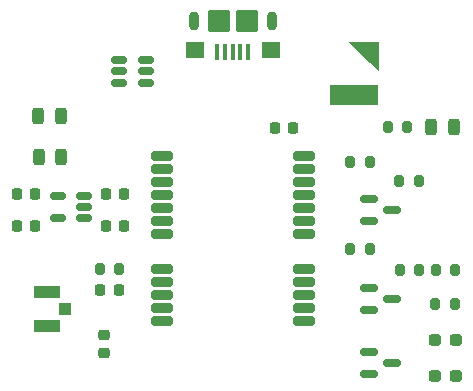
<source format=gbr>
%TF.GenerationSoftware,KiCad,Pcbnew,8.0.6*%
%TF.CreationDate,2024-10-28T16:54:00-06:00*%
%TF.ProjectId,GPS Module,47505320-4d6f-4647-956c-652e6b696361,rev?*%
%TF.SameCoordinates,Original*%
%TF.FileFunction,Paste,Top*%
%TF.FilePolarity,Positive*%
%FSLAX46Y46*%
G04 Gerber Fmt 4.6, Leading zero omitted, Abs format (unit mm)*
G04 Created by KiCad (PCBNEW 8.0.6) date 2024-10-28 16:54:00*
%MOMM*%
%LPD*%
G01*
G04 APERTURE LIST*
G04 Aperture macros list*
%AMRoundRect*
0 Rectangle with rounded corners*
0 $1 Rounding radius*
0 $2 $3 $4 $5 $6 $7 $8 $9 X,Y pos of 4 corners*
0 Add a 4 corners polygon primitive as box body*
4,1,4,$2,$3,$4,$5,$6,$7,$8,$9,$2,$3,0*
0 Add four circle primitives for the rounded corners*
1,1,$1+$1,$2,$3*
1,1,$1+$1,$4,$5*
1,1,$1+$1,$6,$7*
1,1,$1+$1,$8,$9*
0 Add four rect primitives between the rounded corners*
20,1,$1+$1,$2,$3,$4,$5,0*
20,1,$1+$1,$4,$5,$6,$7,0*
20,1,$1+$1,$6,$7,$8,$9,0*
20,1,$1+$1,$8,$9,$2,$3,0*%
G04 Aperture macros list end*
%ADD10C,0.000100*%
%ADD11RoundRect,0.225000X-0.225000X-0.250000X0.225000X-0.250000X0.225000X0.250000X-0.225000X0.250000X0*%
%ADD12RoundRect,0.200000X0.200000X0.275000X-0.200000X0.275000X-0.200000X-0.275000X0.200000X-0.275000X0*%
%ADD13RoundRect,0.200000X-0.200000X-0.275000X0.200000X-0.275000X0.200000X0.275000X-0.200000X0.275000X0*%
%ADD14O,0.900000X1.600000*%
%ADD15RoundRect,0.250000X0.550000X0.450000X-0.550000X0.450000X-0.550000X-0.450000X0.550000X-0.450000X0*%
%ADD16RoundRect,0.250000X0.700000X0.700000X-0.700000X0.700000X-0.700000X-0.700000X0.700000X-0.700000X0*%
%ADD17RoundRect,0.100000X0.100000X0.575000X-0.100000X0.575000X-0.100000X-0.575000X0.100000X-0.575000X0*%
%ADD18RoundRect,0.150000X-0.587500X-0.150000X0.587500X-0.150000X0.587500X0.150000X-0.587500X0.150000X0*%
%ADD19RoundRect,0.243750X-0.243750X-0.456250X0.243750X-0.456250X0.243750X0.456250X-0.243750X0.456250X0*%
%ADD20RoundRect,0.200000X-0.700000X-0.200000X0.700000X-0.200000X0.700000X0.200000X-0.700000X0.200000X0*%
%ADD21RoundRect,0.237500X-0.287500X-0.237500X0.287500X-0.237500X0.287500X0.237500X-0.287500X0.237500X0*%
%ADD22RoundRect,0.225000X0.225000X0.250000X-0.225000X0.250000X-0.225000X-0.250000X0.225000X-0.250000X0*%
%ADD23RoundRect,0.218750X-0.218750X-0.256250X0.218750X-0.256250X0.218750X0.256250X-0.218750X0.256250X0*%
%ADD24RoundRect,0.225000X-0.250000X0.225000X-0.250000X-0.225000X0.250000X-0.225000X0.250000X0.225000X0*%
%ADD25R,1.050000X1.000000*%
%ADD26R,2.200000X1.050000*%
%ADD27RoundRect,0.150000X-0.512500X-0.150000X0.512500X-0.150000X0.512500X0.150000X-0.512500X0.150000X0*%
%ADD28RoundRect,0.150000X0.512500X0.150000X-0.512500X0.150000X-0.512500X-0.150000X0.512500X-0.150000X0*%
%ADD29R,4.100000X1.700000*%
G04 APERTURE END LIST*
D10*
%TO.C,BT1*%
X142270000Y-55740000D02*
X139870000Y-53340000D01*
X142270000Y-53340000D01*
X142270000Y-55740000D01*
G36*
X142270000Y-55740000D02*
G01*
X139870000Y-53340000D01*
X142270000Y-53340000D01*
X142270000Y-55740000D01*
G37*
%TD*%
D11*
%TO.C,C2*%
X133555000Y-60660000D03*
X135105000Y-60660000D03*
%TD*%
D12*
%TO.C,R1*%
X141605000Y-63520000D03*
X139955000Y-63520000D03*
%TD*%
D13*
%TO.C,R8*%
X147165000Y-72680000D03*
X148815000Y-72680000D03*
%TD*%
D14*
%TO.C,J2*%
X126700000Y-51560000D03*
D15*
X126800000Y-54010000D03*
D16*
X128800000Y-51560000D03*
X131200000Y-51560000D03*
D15*
X133200000Y-54010000D03*
D14*
X133300000Y-51560000D03*
D17*
X128700000Y-54235000D03*
X129350000Y-54235000D03*
X130000000Y-54235000D03*
X130650000Y-54235000D03*
X131300000Y-54235000D03*
%TD*%
D12*
%TO.C,R6*%
X144755000Y-60560000D03*
X143105000Y-60560000D03*
%TD*%
D18*
%TO.C,Q2*%
X141572500Y-74170000D03*
X141572500Y-76070000D03*
X143447500Y-75120000D03*
%TD*%
D19*
%TO.C,D2*%
X113542500Y-59600000D03*
X115417500Y-59600000D03*
%TD*%
D11*
%TO.C,C3*%
X119225000Y-68980000D03*
X120775000Y-68980000D03*
%TD*%
%TO.C,C4*%
X119225000Y-66260000D03*
X120775000Y-66260000D03*
%TD*%
D12*
%TO.C,R5*%
X120405000Y-72560000D03*
X118755000Y-72560000D03*
%TD*%
D20*
%TO.C,U1*%
X136000000Y-63000000D03*
X136000000Y-64100000D03*
X136000000Y-65200000D03*
X136000000Y-66300000D03*
X136000000Y-67400000D03*
X136000000Y-68500000D03*
X136000000Y-69600000D03*
X136000000Y-72600000D03*
X136000000Y-73700000D03*
X136000000Y-74800000D03*
X136000000Y-75900000D03*
X136000000Y-77000000D03*
X124000000Y-77000000D03*
X124000000Y-75900000D03*
X124000000Y-74800000D03*
X124000000Y-73700000D03*
X124000000Y-72600000D03*
X124000000Y-69600000D03*
X124000000Y-68500000D03*
X124000000Y-67400000D03*
X124000000Y-66300000D03*
X124000000Y-65200000D03*
X124000000Y-64100000D03*
X124000000Y-63000000D03*
%TD*%
D21*
%TO.C,Pwr1*%
X147145000Y-81650000D03*
X148895000Y-81650000D03*
%TD*%
D22*
%TO.C,C6*%
X113245000Y-68970000D03*
X111695000Y-68970000D03*
%TD*%
D13*
%TO.C,R4*%
X144135000Y-72670000D03*
X145785000Y-72670000D03*
%TD*%
D23*
%TO.C,L1*%
X118782500Y-74360000D03*
X120357500Y-74360000D03*
%TD*%
D19*
%TO.C,D3*%
X146812500Y-60580000D03*
X148687500Y-60580000D03*
%TD*%
D13*
%TO.C,R3*%
X144095000Y-65160000D03*
X145745000Y-65160000D03*
%TD*%
D12*
%TO.C,R2*%
X141605000Y-70880000D03*
X139955000Y-70880000D03*
%TD*%
D24*
%TO.C,C1*%
X119090000Y-78165000D03*
X119090000Y-79715000D03*
%TD*%
D21*
%TO.C,PPS1*%
X147145000Y-78620000D03*
X148895000Y-78620000D03*
%TD*%
D25*
%TO.C,J1*%
X115775000Y-75970000D03*
D26*
X114250000Y-77445000D03*
X114250000Y-74495000D03*
%TD*%
D27*
%TO.C,U2*%
X120342500Y-54897500D03*
X120342500Y-55847500D03*
X120342500Y-56797500D03*
X122617500Y-56797500D03*
X122617500Y-55847500D03*
X122617500Y-54897500D03*
%TD*%
D22*
%TO.C,C5*%
X113245000Y-66260000D03*
X111695000Y-66260000D03*
%TD*%
D19*
%TO.C,D1*%
X115437500Y-63080000D03*
X113562500Y-63080000D03*
%TD*%
D13*
%TO.C,R7*%
X147145000Y-75510000D03*
X148795000Y-75510000D03*
%TD*%
D18*
%TO.C,Q3*%
X141562500Y-79600000D03*
X141562500Y-81500000D03*
X143437500Y-80550000D03*
%TD*%
D28*
%TO.C,U3*%
X117437500Y-68262500D03*
X117437500Y-67312500D03*
X117437500Y-66362500D03*
X115162500Y-66362500D03*
X115162500Y-68262500D03*
%TD*%
D29*
%TO.C,BT1*%
X140220000Y-57890000D03*
%TD*%
D18*
%TO.C,Q1*%
X141562500Y-66650000D03*
X141562500Y-68550000D03*
X143437500Y-67600000D03*
%TD*%
M02*

</source>
